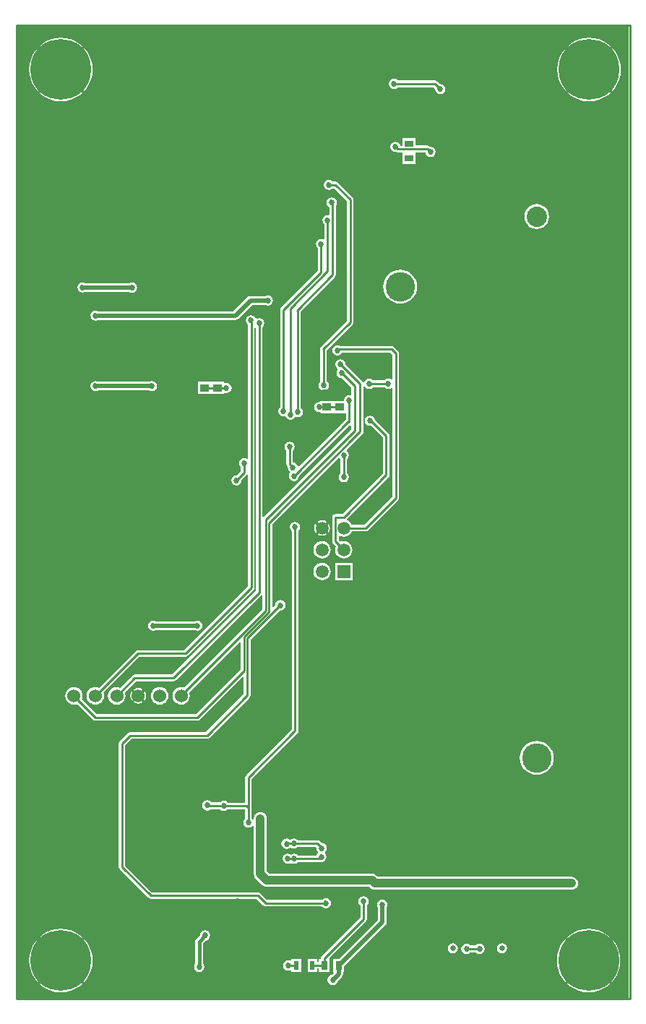
<source format=gbl>
G04*
G04 #@! TF.GenerationSoftware,Altium Limited,Altium Designer,18.1.7 (191)*
G04*
G04 Layer_Physical_Order=2*
G04 Layer_Color=16711680*
%FSLAX25Y25*%
%MOIN*%
G70*
G01*
G75*
%ADD14C,0.01000*%
%ADD43R,0.03937X0.03150*%
%ADD45R,0.05984X0.15984*%
%ADD59R,0.03937X0.03740*%
%ADD66R,0.03150X0.03937*%
%ADD114C,0.02559*%
%ADD120C,0.04000*%
%ADD121C,0.02000*%
%ADD123C,0.01500*%
%ADD130C,0.28000*%
%ADD131C,0.02500*%
%ADD132R,0.05906X0.05906*%
%ADD133C,0.05906*%
%ADD134C,0.06000*%
%ADD135C,0.13583*%
%ADD136C,0.09409*%
%ADD137C,0.02700*%
%ADD138C,0.03000*%
%ADD139R,0.02362X0.03937*%
G36*
X310800Y447700D02*
Y-300D01*
X28800D01*
Y447946D01*
X29154Y448299D01*
X310800Y447700D01*
D02*
G37*
%LPC*%
G36*
X292656Y442645D02*
X290365Y442465D01*
X288131Y441928D01*
X286007Y441049D01*
X284048Y439848D01*
X282758Y438747D01*
X292656Y428849D01*
X302554Y438747D01*
X301264Y439848D01*
X299305Y441049D01*
X297182Y441928D01*
X294947Y442465D01*
X292656Y442645D01*
D02*
G37*
G36*
X49000D02*
X46709Y442465D01*
X44474Y441928D01*
X42351Y441049D01*
X40392Y439848D01*
X39102Y438747D01*
X49000Y428849D01*
X58898Y438747D01*
X57608Y439848D01*
X55649Y441049D01*
X53526Y441928D01*
X51291Y442465D01*
X49000Y442645D01*
D02*
G37*
G36*
X303403Y437898D02*
X293505Y428000D01*
X303403Y418102D01*
X304504Y419392D01*
X305705Y421351D01*
X306585Y423474D01*
X307121Y425709D01*
X307301Y428000D01*
X307121Y430291D01*
X306585Y432526D01*
X305705Y434649D01*
X304504Y436608D01*
X303403Y437898D01*
D02*
G37*
G36*
X59747D02*
X49848Y428000D01*
X59747Y418102D01*
X60848Y419392D01*
X62049Y421351D01*
X62928Y423474D01*
X63465Y425709D01*
X63645Y428000D01*
X63465Y430291D01*
X62928Y432526D01*
X62049Y434649D01*
X60848Y436608D01*
X59747Y437898D01*
D02*
G37*
G36*
X281910Y437898D02*
X280808Y436608D01*
X279607Y434649D01*
X278728Y432526D01*
X278191Y430291D01*
X278011Y428000D01*
X278191Y425709D01*
X278728Y423474D01*
X279607Y421351D01*
X280808Y419392D01*
X281910Y418102D01*
X291808Y428000D01*
X281910Y437898D01*
D02*
G37*
G36*
X38253D02*
X37152Y436608D01*
X35951Y434649D01*
X35072Y432526D01*
X34535Y430291D01*
X34355Y428000D01*
X34535Y425709D01*
X35072Y423474D01*
X35951Y421351D01*
X37152Y419392D01*
X38253Y418102D01*
X48151Y428000D01*
X38253Y437898D01*
D02*
G37*
G36*
X202716Y423796D02*
X201799Y423614D01*
X201022Y423094D01*
X200502Y422317D01*
X200320Y421400D01*
X200502Y420483D01*
X201022Y419706D01*
X201799Y419186D01*
X202716Y419004D01*
X203633Y419186D01*
X204410Y419706D01*
X204520Y419871D01*
X220967D01*
X221643Y419195D01*
X221604Y419000D01*
X221786Y418083D01*
X222306Y417306D01*
X223083Y416786D01*
X224000Y416604D01*
X224917Y416786D01*
X225694Y417306D01*
X226214Y418083D01*
X226396Y419000D01*
X226214Y419917D01*
X225694Y420694D01*
X224917Y421214D01*
X224000Y421396D01*
X223805Y421357D01*
X222681Y422481D01*
X222185Y422813D01*
X221600Y422929D01*
X204520D01*
X204410Y423094D01*
X203633Y423614D01*
X202716Y423796D01*
D02*
G37*
G36*
X292656Y427151D02*
X282758Y417253D01*
X284048Y416152D01*
X286007Y414951D01*
X288131Y414072D01*
X290365Y413535D01*
X292656Y413355D01*
X294947Y413535D01*
X297182Y414072D01*
X299305Y414951D01*
X301264Y416152D01*
X302554Y417253D01*
X292656Y427151D01*
D02*
G37*
G36*
X49000D02*
X39102Y417253D01*
X40392Y416152D01*
X42351Y414951D01*
X44474Y414072D01*
X46709Y413535D01*
X49000Y413355D01*
X51291Y413535D01*
X53526Y414072D01*
X55649Y414951D01*
X57608Y416152D01*
X58898Y417253D01*
X49000Y427151D01*
D02*
G37*
G36*
X212469Y396421D02*
X206532D01*
Y392907D01*
X205636D01*
X205564Y393267D01*
X205045Y394045D01*
X204267Y394564D01*
X203350Y394746D01*
X202433Y394564D01*
X201656Y394045D01*
X201137Y393267D01*
X200954Y392350D01*
X201137Y391434D01*
X201656Y390656D01*
X202433Y390137D01*
X203350Y389954D01*
X203661Y390016D01*
X203738Y389965D01*
X204323Y389849D01*
X206081D01*
X206532Y389728D01*
X206532Y389349D01*
Y384579D01*
X212469D01*
X212469Y389728D01*
X212910Y389871D01*
X217130D01*
X217286Y389083D01*
X217806Y388306D01*
X218583Y387786D01*
X219500Y387604D01*
X220417Y387786D01*
X221194Y388306D01*
X221714Y389083D01*
X221896Y390000D01*
X221714Y390917D01*
X221194Y391694D01*
X220417Y392214D01*
X219500Y392396D01*
X219305Y392357D01*
X219181Y392481D01*
X218685Y392813D01*
X218100Y392929D01*
X212469D01*
Y396421D01*
D02*
G37*
G36*
X173894Y369002D02*
X172977Y368820D01*
X172199Y368301D01*
X171680Y367523D01*
X171498Y366606D01*
X171680Y365689D01*
X172199Y364912D01*
X172764Y364535D01*
Y361138D01*
X172378Y360821D01*
X172000Y360896D01*
X171083Y360714D01*
X170306Y360194D01*
X169786Y359417D01*
X169604Y358500D01*
X169786Y357583D01*
X170306Y356806D01*
X170471Y356696D01*
Y349874D01*
X170030Y349638D01*
X169917Y349714D01*
X169000Y349896D01*
X168083Y349714D01*
X167306Y349194D01*
X166786Y348417D01*
X166604Y347500D01*
X166786Y346583D01*
X167306Y345806D01*
X167471Y345696D01*
Y335134D01*
X150619Y318281D01*
X150287Y317785D01*
X150171Y317200D01*
Y272204D01*
X150006Y272094D01*
X149486Y271317D01*
X149304Y270400D01*
X149486Y269483D01*
X150006Y268706D01*
X150783Y268186D01*
X151700Y268004D01*
X152154Y268094D01*
X152686Y267983D01*
X152836Y267759D01*
X153206Y267206D01*
X153983Y266686D01*
X154900Y266504D01*
X155817Y266686D01*
X156594Y267206D01*
X157075Y267925D01*
X157283Y267786D01*
X158200Y267604D01*
X159117Y267786D01*
X159894Y268306D01*
X160414Y269083D01*
X160596Y270000D01*
X160414Y270917D01*
X159894Y271694D01*
X159729Y271804D01*
Y316400D01*
X159702Y316539D01*
X175375Y332212D01*
X175707Y332708D01*
X175823Y333294D01*
Y365264D01*
X176107Y365689D01*
X176290Y366606D01*
X176107Y367523D01*
X175588Y368301D01*
X174811Y368820D01*
X173894Y369002D01*
D02*
G37*
G36*
X268500Y365939D02*
X267011Y365743D01*
X265623Y365168D01*
X264431Y364254D01*
X263517Y363062D01*
X262942Y361674D01*
X262746Y360185D01*
X262942Y358696D01*
X263517Y357308D01*
X264431Y356116D01*
X265623Y355202D01*
X267011Y354627D01*
X268500Y354431D01*
X269989Y354627D01*
X271377Y355202D01*
X272569Y356116D01*
X273483Y357308D01*
X274058Y358696D01*
X274254Y360185D01*
X274058Y361674D01*
X273483Y363062D01*
X272569Y364254D01*
X271377Y365168D01*
X269989Y365743D01*
X268500Y365939D01*
D02*
G37*
G36*
X59000Y329896D02*
X58083Y329714D01*
X57306Y329194D01*
X56786Y328417D01*
X56604Y327500D01*
X56786Y326583D01*
X57306Y325806D01*
X58083Y325286D01*
X59000Y325104D01*
X59917Y325286D01*
X60019Y325355D01*
X80594D01*
X80855Y325180D01*
X81772Y324998D01*
X82688Y325180D01*
X83466Y325699D01*
X83985Y326477D01*
X84168Y327394D01*
X83985Y328311D01*
X83466Y329088D01*
X82688Y329607D01*
X81772Y329790D01*
X80855Y329607D01*
X80594Y329433D01*
X60337D01*
X59917Y329714D01*
X59000Y329896D01*
D02*
G37*
G36*
X205508Y335652D02*
X203980Y335501D01*
X202512Y335056D01*
X201158Y334332D01*
X199972Y333359D01*
X198998Y332172D01*
X198275Y330819D01*
X197829Y329350D01*
X197679Y327823D01*
X197829Y326295D01*
X198275Y324827D01*
X198998Y323473D01*
X199972Y322287D01*
X201158Y321313D01*
X202512Y320590D01*
X203980Y320144D01*
X205508Y319994D01*
X207035Y320144D01*
X208504Y320590D01*
X209858Y321313D01*
X211044Y322287D01*
X212017Y323473D01*
X212741Y324827D01*
X213187Y326295D01*
X213337Y327823D01*
X213187Y329350D01*
X212741Y330819D01*
X212017Y332172D01*
X211044Y333359D01*
X209858Y334332D01*
X208504Y335056D01*
X207035Y335501D01*
X205508Y335652D01*
D02*
G37*
G36*
X144500Y323896D02*
X143583Y323714D01*
X143322Y323539D01*
X136421D01*
X135641Y323384D01*
X134979Y322942D01*
X134979Y322942D01*
X128577Y316539D01*
X66178D01*
X65917Y316714D01*
X65000Y316896D01*
X64083Y316714D01*
X63306Y316194D01*
X62786Y315417D01*
X62604Y314500D01*
X62786Y313583D01*
X63306Y312806D01*
X64083Y312286D01*
X65000Y312104D01*
X65917Y312286D01*
X66178Y312461D01*
X129421D01*
X130202Y312616D01*
X130863Y313058D01*
X137266Y319461D01*
X143322D01*
X143583Y319286D01*
X144500Y319104D01*
X145417Y319286D01*
X146194Y319806D01*
X146714Y320583D01*
X146896Y321500D01*
X146714Y322417D01*
X146194Y323194D01*
X145417Y323714D01*
X144500Y323896D01*
D02*
G37*
G36*
X91000Y284396D02*
X90083Y284214D01*
X89822Y284039D01*
X66178D01*
X65917Y284214D01*
X65000Y284396D01*
X64083Y284214D01*
X63306Y283694D01*
X62786Y282917D01*
X62604Y282000D01*
X62786Y281083D01*
X63306Y280306D01*
X64083Y279786D01*
X65000Y279604D01*
X65917Y279786D01*
X66178Y279961D01*
X89822D01*
X90083Y279786D01*
X91000Y279604D01*
X91917Y279786D01*
X92694Y280306D01*
X93214Y281083D01*
X93396Y282000D01*
X93214Y282917D01*
X92694Y283694D01*
X91917Y284214D01*
X91000Y284396D01*
D02*
G37*
G36*
X172681Y377215D02*
X171764Y377032D01*
X170987Y376513D01*
X170467Y375736D01*
X170285Y374819D01*
X170467Y373902D01*
X170987Y373125D01*
X171764Y372605D01*
X172681Y372423D01*
X173598Y372605D01*
X174375Y373125D01*
X174486Y373289D01*
X175048D01*
X180971Y367367D01*
Y312134D01*
X168919Y300081D01*
X168587Y299585D01*
X168471Y299000D01*
X168587Y298415D01*
X168671Y298290D01*
Y284104D01*
X168506Y283994D01*
X167986Y283217D01*
X167804Y282300D01*
X167986Y281383D01*
X168506Y280606D01*
X169283Y280086D01*
X170200Y279904D01*
X171117Y280086D01*
X171894Y280606D01*
X172414Y281383D01*
X172596Y282300D01*
X172414Y283217D01*
X171894Y283994D01*
X171729Y284104D01*
Y298567D01*
X183581Y310419D01*
X183913Y310915D01*
X184029Y311500D01*
Y368000D01*
X183913Y368585D01*
X183581Y369081D01*
X176762Y375900D01*
X176266Y376232D01*
X175681Y376348D01*
X174486D01*
X174375Y376513D01*
X173598Y377032D01*
X172681Y377215D01*
D02*
G37*
G36*
X118131Y284020D02*
X118069Y284020D01*
X117646Y284020D01*
X112132D01*
Y278279D01*
X118069D01*
Y278279D01*
X118131Y278279D01*
Y278280D01*
X124068D01*
Y278624D01*
X124568Y278909D01*
X125350Y278754D01*
X126267Y278936D01*
X127045Y279455D01*
X127564Y280233D01*
X127746Y281150D01*
X127564Y282067D01*
X127045Y282844D01*
X126267Y283363D01*
X125350Y283546D01*
X124568Y283390D01*
X124068Y283675D01*
Y284020D01*
X118554D01*
X118131Y284020D01*
Y284020D01*
D02*
G37*
G36*
X136700Y314672D02*
X135783Y314490D01*
X135006Y313971D01*
X134486Y313193D01*
X134304Y312276D01*
X134486Y311360D01*
X135006Y310582D01*
X135317Y310374D01*
X135317Y248713D01*
X134817Y248446D01*
X134417Y248714D01*
X133500Y248896D01*
X132583Y248714D01*
X131806Y248194D01*
X131286Y247417D01*
X131104Y246500D01*
X131286Y245583D01*
X131806Y244806D01*
X131971Y244696D01*
Y242634D01*
X130194Y240857D01*
X130000Y240896D01*
X129083Y240714D01*
X128306Y240194D01*
X127786Y239417D01*
X127604Y238500D01*
X127786Y237583D01*
X128306Y236806D01*
X129083Y236286D01*
X130000Y236104D01*
X130917Y236286D01*
X131694Y236806D01*
X132214Y237583D01*
X132396Y238500D01*
X132357Y238695D01*
X134581Y240919D01*
X134817Y241271D01*
X135317Y241120D01*
Y193246D01*
Y189780D01*
X105766Y160229D01*
X84482D01*
X83897Y160113D01*
X83400Y159781D01*
X66414Y142795D01*
X65926Y142997D01*
X64882Y143134D01*
X63838Y142997D01*
X62865Y142594D01*
X62029Y141953D01*
X61388Y141117D01*
X60985Y140144D01*
X60847Y139100D01*
X60985Y138056D01*
X61388Y137083D01*
X62029Y136247D01*
X62865Y135606D01*
X63838Y135203D01*
X64882Y135065D01*
X65926Y135203D01*
X66899Y135606D01*
X67735Y136247D01*
X68376Y137083D01*
X68779Y138056D01*
X68916Y139100D01*
X68779Y140144D01*
X68577Y140632D01*
X85115Y157171D01*
X106400D01*
X106985Y157287D01*
X107481Y157619D01*
X137928Y188065D01*
X138259Y188561D01*
X138376Y189146D01*
Y193246D01*
X138376Y308589D01*
X138876Y308838D01*
X138971Y308766D01*
Y187533D01*
X100366Y148929D01*
X83064D01*
X82478Y148813D01*
X81982Y148481D01*
X76296Y142795D01*
X75808Y142997D01*
X74764Y143134D01*
X73720Y142997D01*
X72746Y142594D01*
X71911Y141953D01*
X71270Y141117D01*
X70867Y140144D01*
X70729Y139100D01*
X70867Y138056D01*
X71270Y137083D01*
X71911Y136247D01*
X72746Y135606D01*
X73720Y135203D01*
X74764Y135065D01*
X75808Y135203D01*
X76781Y135606D01*
X77617Y136247D01*
X78258Y137083D01*
X78661Y138056D01*
X78798Y139100D01*
X78661Y140144D01*
X78459Y140632D01*
X83697Y145871D01*
X101000D01*
X101585Y145987D01*
X102081Y146319D01*
X141471Y185708D01*
X141908Y185571D01*
X141971Y185523D01*
Y178975D01*
X105846Y142851D01*
X105493Y142997D01*
X104449Y143134D01*
X103405Y142997D01*
X102432Y142594D01*
X101596Y141953D01*
X100955Y141117D01*
X100552Y140144D01*
X100414Y139100D01*
X100552Y138056D01*
X100955Y137083D01*
X101596Y136247D01*
X102432Y135606D01*
X103405Y135203D01*
X104449Y135065D01*
X105493Y135203D01*
X106466Y135606D01*
X107302Y136247D01*
X107943Y137083D01*
X108346Y138056D01*
X108483Y139100D01*
X108346Y140144D01*
X108088Y140767D01*
X131515Y164194D01*
X131977Y164003D01*
Y151440D01*
X111267Y130729D01*
X65534D01*
X58695Y137568D01*
X58897Y138056D01*
X59035Y139100D01*
X58897Y140144D01*
X58494Y141117D01*
X57853Y141953D01*
X57017Y142594D01*
X56044Y142997D01*
X55000Y143134D01*
X53956Y142997D01*
X52983Y142594D01*
X52147Y141953D01*
X51506Y141117D01*
X51103Y140144D01*
X50965Y139100D01*
X51103Y138056D01*
X51506Y137083D01*
X52147Y136247D01*
X52983Y135606D01*
X53956Y135203D01*
X55000Y135065D01*
X56044Y135203D01*
X56532Y135405D01*
X63819Y128119D01*
X64315Y127787D01*
X64900Y127671D01*
X111900D01*
X112485Y127787D01*
X112981Y128119D01*
X132909Y148046D01*
X133371Y147854D01*
Y139934D01*
X115767Y122329D01*
X80800D01*
X80215Y122213D01*
X79719Y121881D01*
X76119Y118281D01*
X75787Y117785D01*
X75671Y117200D01*
Y60200D01*
X75787Y59615D01*
X76119Y59119D01*
X89319Y45919D01*
X89815Y45587D01*
X90400Y45471D01*
X139267D01*
X142319Y42419D01*
X142815Y42087D01*
X143400Y41971D01*
X169396D01*
X169506Y41806D01*
X170283Y41286D01*
X171200Y41104D01*
X172117Y41286D01*
X172894Y41806D01*
X173414Y42583D01*
X173596Y43500D01*
X173414Y44417D01*
X172894Y45194D01*
X172117Y45714D01*
X171200Y45896D01*
X170283Y45714D01*
X169506Y45194D01*
X169396Y45029D01*
X144034D01*
X140981Y48081D01*
X140485Y48413D01*
X139900Y48529D01*
X91034D01*
X78729Y60834D01*
Y116567D01*
X81433Y119271D01*
X116400D01*
X116985Y119387D01*
X117481Y119719D01*
X135981Y138219D01*
X136313Y138715D01*
X136429Y139300D01*
Y165166D01*
X149839Y178576D01*
X150200Y178504D01*
X151117Y178686D01*
X151894Y179206D01*
X152414Y179983D01*
X152596Y180900D01*
X152414Y181817D01*
X151894Y182594D01*
X151117Y183114D01*
X150200Y183296D01*
X149283Y183114D01*
X148506Y182594D01*
X147986Y181817D01*
X147804Y180900D01*
X147810Y180872D01*
X146885Y179948D01*
X146423Y180139D01*
Y218260D01*
X176910Y248747D01*
X177553Y248683D01*
X177806Y248306D01*
X177971Y248196D01*
Y241804D01*
X177806Y241694D01*
X177286Y240917D01*
X177104Y240000D01*
X177286Y239083D01*
X177806Y238306D01*
X178583Y237786D01*
X179500Y237604D01*
X180417Y237786D01*
X181194Y238306D01*
X181714Y239083D01*
X181896Y240000D01*
X181714Y240917D01*
X181194Y241694D01*
X181029Y241804D01*
Y248196D01*
X181194Y248306D01*
X181714Y249083D01*
X181896Y250000D01*
X181714Y250917D01*
X181194Y251694D01*
X180817Y251947D01*
X180753Y252590D01*
X188081Y259919D01*
X188413Y260415D01*
X188529Y261000D01*
Y282035D01*
X188777Y282116D01*
X189029Y282119D01*
X189506Y281406D01*
X190283Y280886D01*
X191200Y280704D01*
X192117Y280886D01*
X192894Y281406D01*
X193004Y281571D01*
X198196D01*
X198306Y281406D01*
X199083Y280886D01*
X200000Y280704D01*
X200917Y280886D01*
X201471Y281256D01*
X201971Y280989D01*
Y231134D01*
X188866Y218029D01*
X183145D01*
X182953Y218493D01*
X182319Y219319D01*
X181493Y219953D01*
X181019Y220149D01*
X180902Y220739D01*
X200081Y239919D01*
X200413Y240415D01*
X200529Y241000D01*
Y259000D01*
X200413Y259585D01*
X200081Y260081D01*
X193830Y266333D01*
X193714Y266917D01*
X193194Y267694D01*
X192417Y268214D01*
X191500Y268396D01*
X190583Y268214D01*
X189806Y267694D01*
X189286Y266917D01*
X189104Y266000D01*
X189286Y265083D01*
X189806Y264306D01*
X190583Y263786D01*
X191500Y263604D01*
X192112Y263726D01*
X197471Y258366D01*
Y241634D01*
X178867Y223029D01*
X175654D01*
X175068Y222913D01*
X174572Y222581D01*
X174241Y222085D01*
X174124Y221500D01*
Y210347D01*
X174241Y209761D01*
X174572Y209265D01*
X175841Y207996D01*
X175649Y207532D01*
X175513Y206500D01*
X175649Y205468D01*
X176047Y204507D01*
X176681Y203681D01*
X177507Y203047D01*
X178468Y202649D01*
X179500Y202513D01*
X180532Y202649D01*
X181493Y203047D01*
X182319Y203681D01*
X182953Y204507D01*
X183351Y205468D01*
X183487Y206500D01*
X183351Y207532D01*
X182953Y208493D01*
X182319Y209319D01*
X181493Y209953D01*
X180532Y210351D01*
X179500Y210487D01*
X178468Y210351D01*
X178004Y210159D01*
X177183Y210980D01*
Y212718D01*
X177683Y212974D01*
X178468Y212649D01*
X179500Y212513D01*
X180532Y212649D01*
X181493Y213047D01*
X182319Y213681D01*
X182953Y214507D01*
X183145Y214971D01*
X189500D01*
X190085Y215087D01*
X190581Y215419D01*
X204581Y229419D01*
X204913Y229915D01*
X205029Y230500D01*
Y297000D01*
X204913Y297585D01*
X204581Y298081D01*
X202581Y300081D01*
X202085Y300413D01*
X201500Y300529D01*
X177693D01*
X177417Y300714D01*
X176500Y300896D01*
X175583Y300714D01*
X174806Y300194D01*
X174286Y299417D01*
X174104Y298500D01*
X174286Y297583D01*
X174806Y296806D01*
X175583Y296286D01*
X176500Y296104D01*
X177417Y296286D01*
X178194Y296806D01*
X178639Y297471D01*
X200867D01*
X201971Y296367D01*
Y285211D01*
X201471Y284944D01*
X200917Y285314D01*
X200000Y285496D01*
X199083Y285314D01*
X198306Y284794D01*
X198196Y284629D01*
X193004D01*
X192894Y284794D01*
X192117Y285314D01*
X191200Y285496D01*
X190283Y285314D01*
X189506Y284794D01*
X188986Y284017D01*
X188912Y283641D01*
X188507Y283596D01*
X188396Y283611D01*
X188081Y284081D01*
X180357Y291806D01*
X180396Y292000D01*
X180214Y292917D01*
X179694Y293694D01*
X178917Y294214D01*
X178000Y294396D01*
X177083Y294214D01*
X176306Y293694D01*
X175786Y292917D01*
X175604Y292000D01*
X175786Y291083D01*
X176306Y290306D01*
X176598Y290111D01*
X176656Y289470D01*
X176286Y288917D01*
X176104Y288000D01*
X176286Y287083D01*
X176806Y286306D01*
X177583Y285786D01*
X178500Y285604D01*
X178694Y285643D01*
X182971Y281366D01*
Y278213D01*
X182471Y277802D01*
X182000Y277896D01*
X181083Y277714D01*
X180306Y277194D01*
X179786Y276417D01*
X179604Y275500D01*
X179375Y275220D01*
X174732D01*
Y275220D01*
X174669D01*
Y275220D01*
X168731D01*
Y275025D01*
X168345Y274708D01*
X168150Y274746D01*
X167233Y274564D01*
X166455Y274045D01*
X165936Y273267D01*
X165754Y272350D01*
X165936Y271433D01*
X166455Y270656D01*
X167233Y270137D01*
X168150Y269954D01*
X168345Y269993D01*
X168731Y269676D01*
Y269480D01*
X174669D01*
Y269480D01*
X174732D01*
Y269480D01*
X180471D01*
Y266634D01*
X158761Y244924D01*
X158283Y245069D01*
X158214Y245417D01*
X157694Y246194D01*
X156917Y246714D01*
X156029Y246890D01*
Y252196D01*
X156194Y252306D01*
X156714Y253083D01*
X156896Y254000D01*
X156714Y254917D01*
X156194Y255694D01*
X155417Y256214D01*
X154500Y256396D01*
X153583Y256214D01*
X152806Y255694D01*
X152286Y254917D01*
X152104Y254000D01*
X152286Y253083D01*
X152806Y252306D01*
X152971Y252196D01*
Y246000D01*
X153087Y245415D01*
X153419Y244919D01*
X153643Y244694D01*
X153604Y244500D01*
X153786Y243583D01*
X154306Y242806D01*
X154598Y242611D01*
X154692Y242023D01*
X154286Y241417D01*
X154104Y240500D01*
X154286Y239583D01*
X154806Y238806D01*
X155583Y238286D01*
X156500Y238104D01*
X157417Y238286D01*
X158194Y238806D01*
X158714Y239583D01*
X158896Y240500D01*
X158857Y240694D01*
X182167Y264004D01*
X182471Y264064D01*
X182971Y263789D01*
Y262134D01*
X142529Y221692D01*
X142092Y221829D01*
X142029Y221877D01*
Y309196D01*
X142194Y309306D01*
X142714Y310083D01*
X142896Y311000D01*
X142714Y311917D01*
X142194Y312694D01*
X141417Y313214D01*
X140500Y313396D01*
X139583Y313214D01*
X139402Y313093D01*
X138833Y313314D01*
X138394Y313971D01*
X137617Y314490D01*
X136700Y314672D01*
D02*
G37*
G36*
X169500Y220083D02*
X168573Y219961D01*
X167708Y219603D01*
X167446Y219402D01*
X169500Y217349D01*
X171554Y219402D01*
X171292Y219603D01*
X170427Y219961D01*
X169500Y220083D01*
D02*
G37*
G36*
X166598Y218554D02*
X166397Y218292D01*
X166039Y217427D01*
X165917Y216500D01*
X166039Y215573D01*
X166397Y214708D01*
X166598Y214446D01*
X168651Y216500D01*
X166598Y218554D01*
D02*
G37*
G36*
X172402Y218554D02*
X170349Y216500D01*
X172402Y214446D01*
X172603Y214708D01*
X172961Y215573D01*
X173083Y216500D01*
X172961Y217427D01*
X172603Y218292D01*
X172402Y218554D01*
D02*
G37*
G36*
X169500Y215651D02*
X167446Y213598D01*
X167708Y213397D01*
X168573Y213039D01*
X169500Y212917D01*
X170427Y213039D01*
X171292Y213397D01*
X171554Y213598D01*
X169500Y215651D01*
D02*
G37*
G36*
Y210487D02*
X168468Y210351D01*
X167507Y209953D01*
X166681Y209319D01*
X166047Y208493D01*
X165649Y207532D01*
X165513Y206500D01*
X165649Y205468D01*
X166047Y204507D01*
X166681Y203681D01*
X167507Y203047D01*
X168468Y202649D01*
X169500Y202513D01*
X170532Y202649D01*
X171493Y203047D01*
X172319Y203681D01*
X172953Y204507D01*
X173351Y205468D01*
X173487Y206500D01*
X173351Y207532D01*
X172953Y208493D01*
X172319Y209319D01*
X171493Y209953D01*
X170532Y210351D01*
X169500Y210487D01*
D02*
G37*
G36*
X183453Y200453D02*
X175547D01*
Y192547D01*
X183453D01*
Y200453D01*
D02*
G37*
G36*
X169500Y200487D02*
X168468Y200351D01*
X167507Y199953D01*
X166681Y199319D01*
X166047Y198493D01*
X165649Y197532D01*
X165513Y196500D01*
X165649Y195468D01*
X166047Y194507D01*
X166681Y193681D01*
X167507Y193047D01*
X168468Y192649D01*
X169500Y192513D01*
X170532Y192649D01*
X171493Y193047D01*
X172319Y193681D01*
X172953Y194507D01*
X173351Y195468D01*
X173487Y196500D01*
X173351Y197532D01*
X172953Y198493D01*
X172319Y199319D01*
X171493Y199953D01*
X170532Y200351D01*
X169500Y200487D01*
D02*
G37*
G36*
X112000Y173896D02*
X111083Y173714D01*
X110822Y173539D01*
X92678D01*
X92417Y173714D01*
X91500Y173896D01*
X90583Y173714D01*
X89806Y173194D01*
X89286Y172417D01*
X89104Y171500D01*
X89286Y170583D01*
X89806Y169806D01*
X90583Y169286D01*
X91500Y169104D01*
X92417Y169286D01*
X92678Y169461D01*
X110822D01*
X111083Y169286D01*
X112000Y169104D01*
X112917Y169286D01*
X113694Y169806D01*
X114214Y170583D01*
X114396Y171500D01*
X114214Y172417D01*
X113694Y173194D01*
X112917Y173714D01*
X112000Y173896D01*
D02*
G37*
G36*
X84685Y142731D02*
X83745Y142607D01*
X82869Y142245D01*
X82598Y142036D01*
X84685Y139948D01*
X86773Y142036D01*
X86501Y142245D01*
X85625Y142607D01*
X84685Y142731D01*
D02*
G37*
G36*
X81749Y141187D02*
X81540Y140916D01*
X81178Y140040D01*
X81054Y139100D01*
X81178Y138160D01*
X81540Y137285D01*
X81749Y137013D01*
X83837Y139100D01*
X81749Y141187D01*
D02*
G37*
G36*
X87621D02*
X85534Y139100D01*
X87621Y137013D01*
X87830Y137285D01*
X88192Y138160D01*
X88316Y139100D01*
X88192Y140040D01*
X87830Y140916D01*
X87621Y141187D01*
D02*
G37*
G36*
X84685Y138251D02*
X82598Y136164D01*
X82869Y135955D01*
X83745Y135593D01*
X84685Y135469D01*
X85625Y135593D01*
X86501Y135955D01*
X86773Y136164D01*
X84685Y138251D01*
D02*
G37*
G36*
X94567Y143134D02*
X93523Y142997D01*
X92550Y142594D01*
X91714Y141953D01*
X91073Y141117D01*
X90670Y140144D01*
X90532Y139100D01*
X90670Y138056D01*
X91073Y137083D01*
X91714Y136247D01*
X92550Y135606D01*
X93523Y135203D01*
X94567Y135065D01*
X95611Y135203D01*
X96584Y135606D01*
X97420Y136247D01*
X98061Y137083D01*
X98464Y138056D01*
X98601Y139100D01*
X98464Y140144D01*
X98061Y141117D01*
X97420Y141953D01*
X96584Y142594D01*
X95611Y142997D01*
X94567Y143134D01*
D02*
G37*
G36*
X268500Y118329D02*
X266973Y118179D01*
X265504Y117733D01*
X264150Y117010D01*
X262964Y116036D01*
X261990Y114850D01*
X261267Y113496D01*
X260821Y112027D01*
X260671Y110500D01*
X260821Y108973D01*
X261267Y107504D01*
X261990Y106150D01*
X262964Y104964D01*
X264150Y103990D01*
X265504Y103267D01*
X266973Y102821D01*
X268500Y102671D01*
X270027Y102821D01*
X271496Y103267D01*
X272850Y103990D01*
X274036Y104964D01*
X275010Y106150D01*
X275733Y107504D01*
X276179Y108973D01*
X276329Y110500D01*
X276179Y112027D01*
X275733Y113496D01*
X275010Y114850D01*
X274036Y116036D01*
X272850Y117010D01*
X271496Y117733D01*
X270027Y118179D01*
X268500Y118329D01*
D02*
G37*
G36*
X157000Y219396D02*
X156083Y219214D01*
X155306Y218694D01*
X154786Y217917D01*
X154604Y217000D01*
X154786Y216083D01*
X155306Y215306D01*
X155471Y215196D01*
Y123634D01*
X134403Y102566D01*
X134071Y102069D01*
X133955Y101484D01*
Y89829D01*
X125971D01*
X125794Y90094D01*
X125017Y90614D01*
X124100Y90796D01*
X123183Y90614D01*
X122406Y90094D01*
X122296Y89929D01*
X118538D01*
X118294Y90294D01*
X117517Y90814D01*
X116600Y90996D01*
X115683Y90814D01*
X114906Y90294D01*
X114386Y89517D01*
X114204Y88600D01*
X114386Y87683D01*
X114906Y86906D01*
X115683Y86386D01*
X116600Y86204D01*
X117517Y86386D01*
X118242Y86871D01*
X122296D01*
X122406Y86706D01*
X123183Y86186D01*
X124100Y86004D01*
X125017Y86186D01*
X125794Y86706D01*
X125838Y86771D01*
X133955D01*
Y82572D01*
X133790Y82462D01*
X133271Y81685D01*
X133088Y80768D01*
X133271Y79851D01*
X133790Y79073D01*
X134567Y78554D01*
X135484Y78372D01*
X136401Y78554D01*
X137179Y79073D01*
X137474Y79516D01*
X137974Y79364D01*
Y76000D01*
Y69750D01*
Y66160D01*
X137874Y65400D01*
Y61100D01*
X137974Y60340D01*
Y57000D01*
X138077Y56217D01*
X138380Y55487D01*
X138860Y54860D01*
X141860Y51860D01*
X142487Y51380D01*
X143217Y51077D01*
X144000Y50974D01*
X191247D01*
X191703Y50518D01*
X192330Y50037D01*
X193059Y49735D01*
X193842Y49632D01*
X284500D01*
X285283Y49735D01*
X286013Y50037D01*
X286640Y50518D01*
X287121Y51144D01*
X287423Y51874D01*
X287526Y52658D01*
X287423Y53441D01*
X287121Y54170D01*
X286640Y54797D01*
X286013Y55278D01*
X285283Y55580D01*
X284500Y55683D01*
X195096D01*
X194640Y56140D01*
X194013Y56621D01*
X193283Y56923D01*
X192500Y57026D01*
X145253D01*
X144026Y58253D01*
Y61000D01*
X143926Y61760D01*
Y64740D01*
X144026Y65500D01*
Y69750D01*
Y76000D01*
Y82500D01*
X143923Y83283D01*
X143621Y84013D01*
X143140Y84640D01*
X142513Y85120D01*
X141783Y85423D01*
X141000Y85526D01*
X140217Y85423D01*
X139487Y85120D01*
X138860Y84640D01*
X138380Y84013D01*
X138077Y83283D01*
X137974Y82500D01*
Y82171D01*
X137474Y82020D01*
X137179Y82462D01*
X137014Y82572D01*
Y87417D01*
Y100851D01*
X158081Y121919D01*
X158413Y122415D01*
X158529Y123000D01*
Y215196D01*
X158694Y215306D01*
X159214Y216083D01*
X159396Y217000D01*
X159214Y217917D01*
X158694Y218694D01*
X157917Y219214D01*
X157000Y219396D01*
D02*
G37*
G36*
X156400Y73380D02*
X155483Y73198D01*
X154706Y72679D01*
X154694Y72661D01*
X154017Y73114D01*
X153100Y73296D01*
X152183Y73114D01*
X151406Y72594D01*
X150886Y71817D01*
X150704Y70900D01*
X150886Y69983D01*
X151406Y69206D01*
X152183Y68686D01*
X153100Y68504D01*
X154017Y68686D01*
X154794Y69206D01*
X154806Y69223D01*
X155483Y68771D01*
X156400Y68588D01*
X157317Y68771D01*
X158094Y69290D01*
X158204Y69455D01*
X166430D01*
X166822Y68992D01*
X166804Y68900D01*
X166986Y67983D01*
X167506Y67206D01*
X167565Y67166D01*
Y66666D01*
X167473Y66605D01*
X166954Y65828D01*
X166894Y65529D01*
X158404D01*
X158294Y65694D01*
X157517Y66214D01*
X156600Y66396D01*
X155683Y66214D01*
X155150Y65857D01*
X154617Y66214D01*
X153700Y66396D01*
X152783Y66214D01*
X152006Y65694D01*
X151486Y64917D01*
X151304Y64000D01*
X151486Y63083D01*
X152006Y62306D01*
X152783Y61786D01*
X153700Y61604D01*
X154617Y61786D01*
X155150Y62142D01*
X155683Y61786D01*
X156600Y61604D01*
X157517Y61786D01*
X158294Y62306D01*
X158404Y62471D01*
X168350D01*
X168871Y62574D01*
X169167Y62515D01*
X170084Y62697D01*
X170862Y63217D01*
X171381Y63994D01*
X171564Y64911D01*
X171381Y65828D01*
X170862Y66605D01*
X170803Y66645D01*
Y67145D01*
X170894Y67206D01*
X171414Y67983D01*
X171596Y68900D01*
X171414Y69817D01*
X170894Y70594D01*
X170117Y71114D01*
X169221Y71292D01*
X168432Y72081D01*
X167936Y72413D01*
X167350Y72529D01*
X167271Y72514D01*
X158204D01*
X158094Y72679D01*
X157317Y73198D01*
X156400Y73380D01*
D02*
G37*
G36*
X242087Y24825D02*
X241171Y24642D01*
X240393Y24123D01*
X240264Y23929D01*
X237904D01*
X237794Y24094D01*
X237017Y24614D01*
X236100Y24796D01*
X235183Y24614D01*
X234406Y24094D01*
X233886Y23317D01*
X233704Y22400D01*
X233886Y21483D01*
X234406Y20706D01*
X235183Y20186D01*
X236100Y20004D01*
X237017Y20186D01*
X237794Y20706D01*
X237904Y20871D01*
X240302D01*
X240393Y20734D01*
X241171Y20215D01*
X242087Y20033D01*
X243004Y20215D01*
X243782Y20734D01*
X244301Y21512D01*
X244483Y22429D01*
X244301Y23346D01*
X243782Y24123D01*
X243004Y24642D01*
X242087Y24825D01*
D02*
G37*
G36*
X252500Y25024D02*
X251611Y24847D01*
X250857Y24343D01*
X250353Y23589D01*
X250176Y22700D01*
X250353Y21811D01*
X250857Y21057D01*
X251611Y20553D01*
X252500Y20376D01*
X253389Y20553D01*
X254143Y21057D01*
X254647Y21811D01*
X254824Y22700D01*
X254647Y23589D01*
X254143Y24343D01*
X253389Y24847D01*
X252500Y25024D01*
D02*
G37*
G36*
X229745D02*
X228855Y24847D01*
X228101Y24343D01*
X227598Y23589D01*
X227421Y22700D01*
X227598Y21811D01*
X228101Y21057D01*
X228855Y20553D01*
X229745Y20376D01*
X230634Y20553D01*
X231388Y21057D01*
X231892Y21811D01*
X232069Y22700D01*
X231892Y23589D01*
X231388Y24343D01*
X230634Y24847D01*
X229745Y25024D01*
D02*
G37*
G36*
X292406Y31645D02*
X290115Y31465D01*
X287881Y30928D01*
X285757Y30049D01*
X283798Y28848D01*
X282508Y27747D01*
X292406Y17849D01*
X302304Y27747D01*
X301014Y28848D01*
X299055Y30049D01*
X296932Y30928D01*
X294697Y31465D01*
X292406Y31645D01*
D02*
G37*
G36*
X49000D02*
X46709Y31465D01*
X44474Y30928D01*
X42351Y30049D01*
X40392Y28848D01*
X39102Y27747D01*
X49000Y17849D01*
X58898Y27747D01*
X57608Y28848D01*
X55649Y30049D01*
X53526Y30928D01*
X51291Y31465D01*
X49000Y31645D01*
D02*
G37*
G36*
X188600Y46696D02*
X187683Y46514D01*
X186906Y45994D01*
X186386Y45217D01*
X186204Y44300D01*
X186386Y43383D01*
X186906Y42606D01*
X187071Y42496D01*
Y36733D01*
X169372Y19035D01*
X169041Y18539D01*
X168924Y17954D01*
Y17768D01*
X167879D01*
Y16329D01*
X167221D01*
Y17741D01*
X162859D01*
Y11804D01*
X167221D01*
Y13271D01*
X167879D01*
Y11831D01*
X173028D01*
Y17768D01*
X173028D01*
X172854Y18191D01*
X189681Y35019D01*
X190013Y35515D01*
X190129Y36100D01*
Y42496D01*
X190294Y42606D01*
X190814Y43383D01*
X190996Y44300D01*
X190814Y45217D01*
X190294Y45994D01*
X189517Y46514D01*
X188600Y46696D01*
D02*
G37*
G36*
X159741Y17741D02*
X155379D01*
Y17123D01*
X154938Y16887D01*
X154789Y16986D01*
X153872Y17168D01*
X152955Y16986D01*
X152178Y16467D01*
X151659Y15689D01*
X151476Y14772D01*
X151659Y13856D01*
X152178Y13078D01*
X152955Y12559D01*
X153872Y12376D01*
X154789Y12559D01*
X154938Y12658D01*
X155379Y12422D01*
Y11804D01*
X159741D01*
Y17741D01*
D02*
G37*
G36*
X115500Y30996D02*
X114583Y30814D01*
X113806Y30294D01*
X113286Y29517D01*
X113136Y28759D01*
X111538Y27162D01*
X111152Y26583D01*
X111016Y25900D01*
Y15660D01*
X110586Y15017D01*
X110404Y14100D01*
X110586Y13183D01*
X111106Y12406D01*
X111883Y11886D01*
X112800Y11704D01*
X113717Y11886D01*
X114494Y12406D01*
X115014Y13183D01*
X115196Y14100D01*
X115014Y15017D01*
X114584Y15660D01*
Y25161D01*
X115659Y26236D01*
X116417Y26386D01*
X117194Y26906D01*
X117714Y27683D01*
X117896Y28600D01*
X117714Y29517D01*
X117194Y30294D01*
X116417Y30814D01*
X115500Y30996D01*
D02*
G37*
G36*
X303153Y26898D02*
X293255Y17000D01*
X303153Y7102D01*
X304254Y8392D01*
X305455Y10351D01*
X306335Y12474D01*
X306871Y14709D01*
X307051Y17000D01*
X306871Y19291D01*
X306335Y21526D01*
X305455Y23649D01*
X304254Y25608D01*
X303153Y26898D01*
D02*
G37*
G36*
X59747D02*
X49848Y17000D01*
X59747Y7102D01*
X60848Y8392D01*
X62049Y10351D01*
X62928Y12474D01*
X63465Y14709D01*
X63645Y17000D01*
X63465Y19291D01*
X62928Y21526D01*
X62049Y23649D01*
X60848Y25608D01*
X59747Y26898D01*
D02*
G37*
G36*
X281660Y26898D02*
X280558Y25608D01*
X279357Y23649D01*
X278478Y21526D01*
X277941Y19291D01*
X277761Y17000D01*
X277941Y14709D01*
X278478Y12474D01*
X279357Y10351D01*
X280558Y8392D01*
X281660Y7102D01*
X291558Y17000D01*
X281660Y26898D01*
D02*
G37*
G36*
X38253D02*
X37152Y25608D01*
X35951Y23649D01*
X35072Y21526D01*
X34535Y19291D01*
X34355Y17000D01*
X34535Y14709D01*
X35072Y12474D01*
X35951Y10351D01*
X37152Y8392D01*
X38253Y7102D01*
X48151Y17000D01*
X38253Y26898D01*
D02*
G37*
G36*
X197200Y45196D02*
X196283Y45014D01*
X195506Y44494D01*
X194986Y43717D01*
X194804Y42800D01*
X194986Y41883D01*
X195161Y41622D01*
Y35698D01*
X177231Y17768D01*
X174572D01*
Y11831D01*
X174572D01*
X174748Y11332D01*
X173791Y10375D01*
X173483Y10314D01*
X172706Y9794D01*
X172186Y9017D01*
X172004Y8100D01*
X172186Y7183D01*
X172706Y6406D01*
X173483Y5886D01*
X174400Y5704D01*
X175317Y5886D01*
X176094Y6406D01*
X176614Y7183D01*
X176675Y7491D01*
X178588Y9404D01*
X179030Y10066D01*
X179186Y10847D01*
Y11831D01*
X179721D01*
Y14491D01*
X198642Y33412D01*
X199084Y34073D01*
X199239Y34854D01*
Y41622D01*
X199414Y41883D01*
X199596Y42800D01*
X199414Y43717D01*
X198894Y44494D01*
X198117Y45014D01*
X197200Y45196D01*
D02*
G37*
G36*
X292406Y16151D02*
X282508Y6254D01*
X283798Y5152D01*
X285757Y3951D01*
X287881Y3072D01*
X290115Y2535D01*
X292406Y2355D01*
X294697Y2535D01*
X296932Y3072D01*
X299055Y3951D01*
X301014Y5152D01*
X302304Y6254D01*
X292406Y16151D01*
D02*
G37*
G36*
X49000D02*
X39102Y6254D01*
X40392Y5152D01*
X42351Y3951D01*
X44474Y3072D01*
X46709Y2535D01*
X49000Y2355D01*
X51291Y2535D01*
X53526Y3072D01*
X55649Y3951D01*
X57608Y5152D01*
X58898Y6254D01*
X49000Y16151D01*
D02*
G37*
%LPD*%
D14*
X115802Y88300D02*
X116600D01*
X134601D02*
X135484Y87417D01*
X124200Y88300D02*
X134601D01*
X124100Y88400D02*
X124200Y88300D01*
X140500Y186900D02*
Y311000D01*
X115350Y281150D02*
X121100D01*
X115225Y281025D02*
X115350Y281150D01*
X171700Y272350D02*
X177000D01*
X168150D02*
X171700D01*
X121100Y281150D02*
X125350D01*
X203350Y392350D02*
X204323Y391378D01*
X211839D01*
X211861Y391400D01*
X218100D01*
X219500Y390000D01*
X64882Y139100D02*
X84482Y158700D01*
X106400D01*
X136846Y189146D01*
Y193246D01*
X74764Y139100D02*
X83064Y147400D01*
X101000D01*
X140500Y186900D01*
X104449Y139100D02*
Y139291D01*
X143500Y178342D01*
Y220500D01*
X55000Y139100D02*
X64900Y129200D01*
X111900D01*
X133506Y150806D01*
Y166377D01*
X144894Y177765D01*
X134900Y139300D02*
Y165800D01*
X149800Y180700D01*
X150000D01*
X77200Y60200D02*
X90400Y47000D01*
X77200Y60200D02*
Y117200D01*
X80800Y120800D01*
X116400D01*
X134900Y139300D01*
X202716Y421400D02*
X221600D01*
X224000Y419000D01*
X151700Y270400D02*
Y317200D01*
X157800Y316800D02*
X158200Y316400D01*
Y270000D02*
Y316400D01*
X236100Y22400D02*
X241400D01*
X241700Y22700D01*
X242029Y22429D02*
X242087D01*
X242000Y22400D02*
X242029Y22429D01*
X116700Y88400D02*
X124100D01*
X116600Y88300D02*
X116700Y88400D01*
X116600Y88300D02*
Y88600D01*
X136846Y310902D02*
Y312476D01*
Y310902D02*
X136846Y193246D01*
X169200Y68900D02*
Y68950D01*
X169300Y69050D01*
X167350Y71000D02*
X169300Y69050D01*
X168350Y64000D02*
X169167Y64817D01*
Y64911D01*
X156600Y64000D02*
X168350D01*
X153516D02*
X156600D01*
X153516D02*
X153700Y63816D01*
Y64000D01*
X153532Y70984D02*
X156400D01*
X153516Y71000D02*
X153532Y70984D01*
X156400D02*
X167335D01*
X167350Y71000D01*
X153500Y70984D02*
X153516Y71000D01*
X241700Y22700D02*
X242000Y22400D01*
X150000Y180700D02*
X150200Y180900D01*
X154900Y268900D02*
Y317900D01*
X172000Y335000D01*
X157800Y316800D02*
X174294Y333294D01*
X151700Y317200D02*
X169000Y334500D01*
X170200Y282300D02*
Y298800D01*
X170000Y299000D02*
X170200Y298800D01*
X191200Y283100D02*
X200000D01*
X90400Y47000D02*
X139900D01*
X143400Y43500D01*
X171200D01*
X153872Y14772D02*
X157560D01*
X165040Y14773D02*
X165068Y14800D01*
X170454D01*
Y17954D01*
X188600Y36100D01*
Y44300D01*
X175654Y221500D02*
X179500D01*
X175654Y210347D02*
Y221500D01*
Y210347D02*
X179500Y206500D01*
Y221500D02*
X199000Y241000D01*
X179500Y216500D02*
X189500D01*
X203500Y230500D01*
X179500Y240000D02*
Y250000D01*
X154500Y246000D02*
Y254000D01*
Y246000D02*
X156000Y244500D01*
X191500Y266000D02*
X192000D01*
X199000Y259000D01*
Y241000D02*
Y259000D01*
X176500Y298500D02*
X177000Y299000D01*
X201500D01*
X178000Y292000D02*
X187000Y283000D01*
X170000Y299000D02*
X182500Y311500D01*
X178500Y288000D02*
X184500Y282000D01*
X187000Y261000D02*
Y283000D01*
X172681Y374819D02*
X175681D01*
X201500Y299000D02*
X203500Y297000D01*
X143500Y220500D02*
X184500Y261500D01*
Y282000D01*
X156500Y240500D02*
X182000Y266000D01*
X203500Y230500D02*
Y297000D01*
X135484Y80768D02*
Y87417D01*
Y101484D01*
X157000Y123000D01*
Y217000D01*
X182000Y265500D02*
Y266000D01*
Y275500D01*
X144894Y218894D02*
X187000Y261000D01*
X144894Y177765D02*
Y218894D01*
X133500Y242000D02*
Y246500D01*
X130000Y238500D02*
X133500Y242000D01*
X182500Y311500D02*
Y368000D01*
X175681Y374819D02*
X182500Y368000D01*
X173894Y366606D02*
X174294Y366206D01*
X172000Y335000D02*
Y358500D01*
X169000Y334500D02*
Y347500D01*
X174294Y333294D02*
Y366206D01*
X28500Y-500D02*
Y448500D01*
Y-500D02*
X28800D01*
X311500D01*
X311500Y448500D02*
X311500Y-500D01*
X28500Y448500D02*
X311500D01*
D43*
X209500Y387154D02*
D03*
Y393847D02*
D03*
D45*
X101000Y434642D02*
D03*
X81000D02*
D03*
D59*
X121100Y274850D02*
D03*
X121100Y281150D02*
D03*
X177700Y278650D02*
D03*
Y272350D02*
D03*
X115100Y274850D02*
D03*
Y281150D02*
D03*
X171700Y278650D02*
D03*
Y272350D02*
D03*
D66*
X177146Y14800D02*
D03*
X170454Y14800D02*
D03*
D114*
X229745Y22700D02*
D03*
X252500D02*
D03*
D120*
X273000Y52658D02*
X281000D01*
X193842D02*
X269000D01*
X141000Y65500D02*
Y69750D01*
X140900Y65400D02*
X141000Y65500D01*
X140900Y61100D02*
Y65400D01*
Y61100D02*
X141000Y61000D01*
X181500Y54000D02*
X185000D01*
X192500D01*
X169000D02*
X172000D01*
X144000D02*
X169000D01*
X172000D02*
X175500D01*
X178500D02*
X181500D01*
X175500D02*
X178500D01*
X281000Y52658D02*
X284500D01*
X269000D02*
X273000D01*
X141000Y82000D02*
Y82500D01*
Y76000D02*
Y82000D01*
Y69750D02*
Y76000D01*
Y57000D02*
Y61000D01*
Y57000D02*
X144000Y54000D01*
X192500D02*
X193842Y52658D01*
D121*
X197200Y34854D02*
Y42800D01*
X177146Y14800D02*
X197200Y34854D01*
X177146Y10847D02*
Y14800D01*
X174400Y8100D02*
X177146Y10847D01*
X136421Y321500D02*
X144500D01*
X129421Y314500D02*
X136421Y321500D01*
X65000Y314500D02*
X129421D01*
X59106Y327394D02*
X81772D01*
X65000Y282000D02*
X91000D01*
X91500Y171500D02*
X112000D01*
X59000Y327500D02*
X59106Y327394D01*
D123*
X112800Y25900D02*
X115500Y28600D01*
X112800Y14100D02*
Y25900D01*
D130*
X292406Y17000D02*
D03*
X49000D02*
D03*
X292656Y428000D02*
D03*
X49000D02*
D03*
D131*
X283812Y22469D02*
D03*
X296000Y26531D02*
D03*
X301000Y22469D02*
D03*
X302562Y17000D02*
D03*
X301000Y11531D02*
D03*
X296000Y7469D02*
D03*
X288812D02*
D03*
X283812Y11531D02*
D03*
X282250Y17000D02*
D03*
X288812Y26531D02*
D03*
X40406Y22469D02*
D03*
X52594Y26531D02*
D03*
X57594Y22469D02*
D03*
X59156Y17000D02*
D03*
X57594Y11531D02*
D03*
X52594Y7469D02*
D03*
X45406D02*
D03*
X40406Y11531D02*
D03*
X38844Y17000D02*
D03*
X45406Y26531D02*
D03*
X284063Y433469D02*
D03*
X296250Y437531D02*
D03*
X301250Y433469D02*
D03*
X302813Y428000D02*
D03*
X301250Y422531D02*
D03*
X296250Y418469D02*
D03*
X289062D02*
D03*
X284063Y422531D02*
D03*
X282500Y428000D02*
D03*
X289062Y437531D02*
D03*
X40406Y433469D02*
D03*
X52594Y437531D02*
D03*
X57594Y433469D02*
D03*
X59156Y428000D02*
D03*
X57594Y422531D02*
D03*
X52594Y418469D02*
D03*
X45406D02*
D03*
X40406Y422531D02*
D03*
X38844Y428000D02*
D03*
X45406Y437531D02*
D03*
D132*
X179500Y196500D02*
D03*
D133*
X169500D02*
D03*
X179500Y206500D02*
D03*
X169500D02*
D03*
X179500Y216500D02*
D03*
X169500D02*
D03*
D134*
X104449Y139100D02*
D03*
X94567D02*
D03*
X84685D02*
D03*
X64882D02*
D03*
X74764D02*
D03*
X55000D02*
D03*
D135*
X205508Y327823D02*
D03*
X268500Y110500D02*
D03*
D136*
X268500Y360185D02*
D03*
D137*
X298500Y409000D02*
D03*
X291000Y394000D02*
D03*
X298500Y379000D02*
D03*
X291000Y364000D02*
D03*
X298500Y349000D02*
D03*
X291000Y334000D02*
D03*
X298500Y319000D02*
D03*
X291000Y304000D02*
D03*
X298500Y289000D02*
D03*
X291000Y274000D02*
D03*
X298500Y259000D02*
D03*
X291000Y244000D02*
D03*
X298500Y229000D02*
D03*
X291000Y214000D02*
D03*
X298500Y199000D02*
D03*
X291000Y184000D02*
D03*
X298500Y169000D02*
D03*
X291000Y154000D02*
D03*
X298500Y139000D02*
D03*
X291000Y124000D02*
D03*
X298500Y109000D02*
D03*
X291000Y94000D02*
D03*
X298500Y79000D02*
D03*
X291000Y34000D02*
D03*
X276000Y424000D02*
D03*
X283500Y409000D02*
D03*
X276000Y394000D02*
D03*
X283500Y379000D02*
D03*
X276000Y364000D02*
D03*
X283500Y349000D02*
D03*
X276000Y334000D02*
D03*
X283500Y319000D02*
D03*
X276000Y304000D02*
D03*
X283500Y289000D02*
D03*
X276000Y274000D02*
D03*
X283500Y259000D02*
D03*
X276000Y244000D02*
D03*
X283500Y229000D02*
D03*
X276000Y214000D02*
D03*
X283500Y199000D02*
D03*
X276000Y184000D02*
D03*
X283500Y169000D02*
D03*
X276000Y154000D02*
D03*
X283500Y139000D02*
D03*
X276000Y124000D02*
D03*
X283500Y109000D02*
D03*
X276000Y94000D02*
D03*
X283500Y79000D02*
D03*
X276000Y34000D02*
D03*
Y4000D02*
D03*
X268500Y439000D02*
D03*
X261000Y424000D02*
D03*
X268500Y409000D02*
D03*
X261000Y394000D02*
D03*
X268500Y379000D02*
D03*
X261000Y364000D02*
D03*
X268500Y349000D02*
D03*
X261000Y334000D02*
D03*
X268500Y319000D02*
D03*
X261000Y304000D02*
D03*
X268500Y289000D02*
D03*
X261000Y274000D02*
D03*
X268500Y259000D02*
D03*
X261000Y244000D02*
D03*
X268500Y229000D02*
D03*
X261000Y214000D02*
D03*
X268500Y199000D02*
D03*
X261000Y184000D02*
D03*
X268500Y169000D02*
D03*
X261000Y154000D02*
D03*
X268500Y139000D02*
D03*
X261000Y124000D02*
D03*
Y94000D02*
D03*
X268500Y79000D02*
D03*
X261000Y34000D02*
D03*
Y4000D02*
D03*
X253500Y439000D02*
D03*
Y409000D02*
D03*
Y349000D02*
D03*
X246000Y334000D02*
D03*
X253500Y319000D02*
D03*
X246000Y304000D02*
D03*
X253500Y289000D02*
D03*
X246000Y274000D02*
D03*
X253500Y259000D02*
D03*
X246000Y244000D02*
D03*
X253500Y229000D02*
D03*
X246000Y214000D02*
D03*
X253500Y199000D02*
D03*
X246000Y184000D02*
D03*
X253500Y169000D02*
D03*
X246000Y154000D02*
D03*
X253500Y139000D02*
D03*
X246000Y124000D02*
D03*
X253500Y109000D02*
D03*
X246000Y94000D02*
D03*
X253500Y79000D02*
D03*
X246000Y34000D02*
D03*
X253500Y19000D02*
D03*
X246000Y4000D02*
D03*
X231000Y334000D02*
D03*
Y304000D02*
D03*
Y274000D02*
D03*
Y244000D02*
D03*
Y214000D02*
D03*
Y184000D02*
D03*
Y154000D02*
D03*
Y124000D02*
D03*
Y94000D02*
D03*
Y4000D02*
D03*
X216000Y364000D02*
D03*
Y334000D02*
D03*
X223500Y319000D02*
D03*
X216000Y304000D02*
D03*
X223500Y289000D02*
D03*
X216000Y274000D02*
D03*
X223500Y259000D02*
D03*
X216000Y244000D02*
D03*
X223500Y229000D02*
D03*
X216000Y214000D02*
D03*
X223500Y199000D02*
D03*
X216000Y184000D02*
D03*
X223500Y169000D02*
D03*
X216000Y154000D02*
D03*
X223500Y139000D02*
D03*
X216000Y124000D02*
D03*
X223500Y109000D02*
D03*
X216000Y94000D02*
D03*
X223500Y79000D02*
D03*
X216000Y34000D02*
D03*
Y4000D02*
D03*
X208500Y439000D02*
D03*
X201000Y364000D02*
D03*
X208500Y319000D02*
D03*
X201000Y304000D02*
D03*
X208500Y289000D02*
D03*
Y259000D02*
D03*
Y229000D02*
D03*
Y199000D02*
D03*
X201000Y184000D02*
D03*
X208500Y169000D02*
D03*
X201000Y154000D02*
D03*
X208500Y139000D02*
D03*
X201000Y124000D02*
D03*
X208500Y109000D02*
D03*
X201000Y94000D02*
D03*
X208500Y79000D02*
D03*
X201000Y64000D02*
D03*
Y4000D02*
D03*
X193500Y439000D02*
D03*
X186000Y424000D02*
D03*
X193500Y409000D02*
D03*
X186000Y394000D02*
D03*
X193500Y379000D02*
D03*
X186000Y364000D02*
D03*
X193500Y349000D02*
D03*
X186000Y334000D02*
D03*
X193500Y319000D02*
D03*
X186000Y304000D02*
D03*
Y244000D02*
D03*
X193500Y229000D02*
D03*
Y199000D02*
D03*
Y169000D02*
D03*
X186000Y154000D02*
D03*
X193500Y139000D02*
D03*
X186000Y124000D02*
D03*
X193500Y109000D02*
D03*
X186000Y94000D02*
D03*
X193500Y79000D02*
D03*
X178500Y439000D02*
D03*
X171000Y424000D02*
D03*
X178500Y409000D02*
D03*
X171000Y394000D02*
D03*
Y184000D02*
D03*
X178500Y169000D02*
D03*
X171000Y154000D02*
D03*
X178500Y139000D02*
D03*
X171000Y124000D02*
D03*
X178500Y109000D02*
D03*
X163500Y439000D02*
D03*
X156000Y424000D02*
D03*
X163500Y409000D02*
D03*
Y379000D02*
D03*
Y169000D02*
D03*
Y139000D02*
D03*
Y109000D02*
D03*
X156000Y34000D02*
D03*
X148500Y439000D02*
D03*
X141000Y424000D02*
D03*
X148500Y409000D02*
D03*
X141000Y394000D02*
D03*
Y364000D02*
D03*
X148500Y349000D02*
D03*
X141000Y334000D02*
D03*
X148500Y289000D02*
D03*
Y169000D02*
D03*
X141000Y154000D02*
D03*
Y124000D02*
D03*
X148500Y109000D02*
D03*
X141000Y94000D02*
D03*
X148500Y19000D02*
D03*
X133500Y439000D02*
D03*
X126000Y424000D02*
D03*
X133500Y409000D02*
D03*
X126000Y394000D02*
D03*
X133500Y379000D02*
D03*
X126000Y364000D02*
D03*
Y334000D02*
D03*
Y304000D02*
D03*
X133500Y229000D02*
D03*
X126000Y214000D02*
D03*
Y184000D02*
D03*
Y124000D02*
D03*
X133500Y109000D02*
D03*
Y19000D02*
D03*
X118500Y439000D02*
D03*
X111000Y424000D02*
D03*
X118500Y409000D02*
D03*
Y379000D02*
D03*
X111000Y364000D02*
D03*
Y334000D02*
D03*
Y304000D02*
D03*
X118500Y259000D02*
D03*
Y229000D02*
D03*
X111000Y214000D02*
D03*
Y184000D02*
D03*
Y124000D02*
D03*
X118500Y109000D02*
D03*
X111000Y4000D02*
D03*
X96000Y334000D02*
D03*
X103500Y289000D02*
D03*
Y229000D02*
D03*
X96000Y184000D02*
D03*
Y124000D02*
D03*
X103500Y109000D02*
D03*
X96000Y94000D02*
D03*
Y34000D02*
D03*
X103500Y19000D02*
D03*
X96000Y4000D02*
D03*
X81000Y394000D02*
D03*
X88500Y349000D02*
D03*
Y319000D02*
D03*
X81000Y304000D02*
D03*
Y274000D02*
D03*
Y244000D02*
D03*
X88500Y229000D02*
D03*
X81000Y214000D02*
D03*
X88500Y199000D02*
D03*
X81000Y124000D02*
D03*
Y94000D02*
D03*
X88500Y79000D02*
D03*
X81000Y64000D02*
D03*
Y34000D02*
D03*
X88500Y19000D02*
D03*
X81000Y4000D02*
D03*
X73500Y439000D02*
D03*
X66000Y424000D02*
D03*
X73500Y409000D02*
D03*
X66000Y394000D02*
D03*
Y364000D02*
D03*
Y334000D02*
D03*
X73500Y229000D02*
D03*
X66000Y214000D02*
D03*
X73500Y199000D02*
D03*
X66000Y184000D02*
D03*
X73500Y169000D02*
D03*
X66000Y154000D02*
D03*
Y124000D02*
D03*
X73500Y109000D02*
D03*
X66000Y94000D02*
D03*
X73500Y79000D02*
D03*
X66000Y64000D02*
D03*
X73500Y49000D02*
D03*
X66000Y34000D02*
D03*
X73500Y19000D02*
D03*
X66000Y4000D02*
D03*
X58500Y409000D02*
D03*
X51000Y394000D02*
D03*
X58500Y379000D02*
D03*
X51000Y364000D02*
D03*
X58500Y349000D02*
D03*
X51000Y334000D02*
D03*
Y304000D02*
D03*
Y274000D02*
D03*
Y244000D02*
D03*
Y214000D02*
D03*
Y184000D02*
D03*
X58500Y169000D02*
D03*
X51000Y154000D02*
D03*
Y124000D02*
D03*
X58500Y109000D02*
D03*
X51000Y94000D02*
D03*
X58500Y79000D02*
D03*
X51000Y64000D02*
D03*
X58500Y49000D02*
D03*
X51000Y34000D02*
D03*
X43500Y409000D02*
D03*
X36000Y394000D02*
D03*
X43500Y379000D02*
D03*
X36000Y364000D02*
D03*
X43500Y349000D02*
D03*
X36000Y334000D02*
D03*
X43500Y319000D02*
D03*
X36000Y304000D02*
D03*
X43500Y289000D02*
D03*
X36000Y274000D02*
D03*
X43500Y259000D02*
D03*
X36000Y244000D02*
D03*
X43500Y229000D02*
D03*
X36000Y214000D02*
D03*
X43500Y199000D02*
D03*
X36000Y184000D02*
D03*
X43500Y169000D02*
D03*
X36000Y154000D02*
D03*
X43500Y139000D02*
D03*
X36000Y124000D02*
D03*
X43500Y109000D02*
D03*
X36000Y94000D02*
D03*
X43500Y79000D02*
D03*
X36000Y64000D02*
D03*
X43500Y49000D02*
D03*
X36000Y34000D02*
D03*
Y4000D02*
D03*
X116700Y267663D02*
D03*
X140500Y311000D02*
D03*
X115225Y281025D02*
D03*
X209400Y387000D02*
D03*
X209700Y393800D02*
D03*
X202716Y421400D02*
D03*
X151700Y270400D02*
D03*
X158200Y270000D02*
D03*
X236100Y22400D02*
D03*
X242087Y22429D02*
D03*
X124100Y88400D02*
D03*
X116600Y88600D02*
D03*
X136700Y312276D02*
D03*
X140900Y65400D02*
D03*
X169200Y68900D02*
D03*
X169167Y64911D02*
D03*
X156600Y64000D02*
D03*
X153700D02*
D03*
X156400Y70984D02*
D03*
X153100Y70900D02*
D03*
X144200Y88900D02*
D03*
X150200Y80400D02*
D03*
X96100Y79600D02*
D03*
X107600Y95600D02*
D03*
X176200Y49500D02*
D03*
X180300Y34900D02*
D03*
X269800Y7800D02*
D03*
Y13100D02*
D03*
X212900Y13800D02*
D03*
X211000Y6600D02*
D03*
X228900Y36700D02*
D03*
X253600Y37800D02*
D03*
X266200Y18000D02*
D03*
X260200Y18100D02*
D03*
X221200Y17800D02*
D03*
X217800Y18300D02*
D03*
X220400Y414300D02*
D03*
X219200Y442100D02*
D03*
X218500Y437200D02*
D03*
X218600Y432200D02*
D03*
X148900Y403100D02*
D03*
X145900Y398800D02*
D03*
X155300Y403400D02*
D03*
X161700Y402200D02*
D03*
X163000Y397100D02*
D03*
X162800Y338200D02*
D03*
X155900Y336700D02*
D03*
X162300Y343800D02*
D03*
X93700Y377800D02*
D03*
X86800Y377400D02*
D03*
X81500Y372200D02*
D03*
X115100Y259700D02*
D03*
X94800Y257600D02*
D03*
X93100Y275000D02*
D03*
X93700Y266800D02*
D03*
X164300Y263500D02*
D03*
X129760Y295253D02*
D03*
X163100Y297100D02*
D03*
X144600Y280900D02*
D03*
X144400Y287500D02*
D03*
X148600Y282700D02*
D03*
X119800Y285300D02*
D03*
X130500Y44300D02*
D03*
X129900Y34900D02*
D03*
X150400Y35500D02*
D03*
X154400Y31200D02*
D03*
X154900Y268900D02*
D03*
X115500Y28600D02*
D03*
X112800Y14100D02*
D03*
X170200Y282300D02*
D03*
X191200Y283100D02*
D03*
X200000D02*
D03*
X150200Y180900D02*
D03*
X171200Y43500D02*
D03*
X197200Y42800D02*
D03*
X174400Y8100D02*
D03*
X153872Y14772D02*
D03*
X188600Y44300D02*
D03*
X179500Y250000D02*
D03*
Y240000D02*
D03*
X154500Y254000D02*
D03*
X156000Y244500D02*
D03*
X191500Y266000D02*
D03*
X168150Y272350D02*
D03*
X176500Y298500D02*
D03*
X178000Y292000D02*
D03*
X178500Y288000D02*
D03*
X182000Y275500D02*
D03*
X172681Y374819D02*
D03*
X156500Y240500D02*
D03*
X157000Y217000D02*
D03*
X144500Y321500D02*
D03*
X133500Y246500D02*
D03*
X130000Y238500D02*
D03*
X81772Y327394D02*
D03*
X91000Y282000D02*
D03*
X112000Y171500D02*
D03*
X91500D02*
D03*
X59000Y327500D02*
D03*
X65000Y314500D02*
D03*
Y282000D02*
D03*
X173894Y366606D02*
D03*
X172000Y358500D02*
D03*
X169000Y347500D02*
D03*
X219500Y390000D02*
D03*
X203350Y392350D02*
D03*
X185000Y54000D02*
D03*
X169000D02*
D03*
X172000D02*
D03*
X178500D02*
D03*
X175500D02*
D03*
X277000Y52500D02*
D03*
X264000D02*
D03*
X269000Y52658D02*
D03*
X284500D02*
D03*
X141000Y82000D02*
D03*
Y76000D02*
D03*
Y69750D02*
D03*
Y61000D02*
D03*
X181500Y54000D02*
D03*
X281000Y52658D02*
D03*
X273000D02*
D03*
X135484Y80768D02*
D03*
X125350Y281150D02*
D03*
X224000Y419000D02*
D03*
D138*
X107150Y409294D02*
D03*
X112315Y403220D02*
D03*
X109978Y406465D02*
D03*
X102575Y419721D02*
D03*
Y423721D02*
D03*
X104321Y412122D02*
D03*
X102575Y415721D02*
D03*
X113422Y399376D02*
D03*
X113187Y395382D02*
D03*
X108802Y388836D02*
D03*
X111570Y391724D02*
D03*
X80473Y404356D02*
D03*
X91172Y392534D02*
D03*
X94023Y389728D02*
D03*
X82699Y401032D02*
D03*
X88343Y395363D02*
D03*
X85515Y398191D02*
D03*
X79425Y424230D02*
D03*
Y420230D02*
D03*
Y416230D02*
D03*
Y412230D02*
D03*
X79481Y408230D02*
D03*
D139*
X165040Y14773D02*
D03*
X157560Y14772D02*
D03*
X161300Y23828D02*
D03*
M02*

</source>
